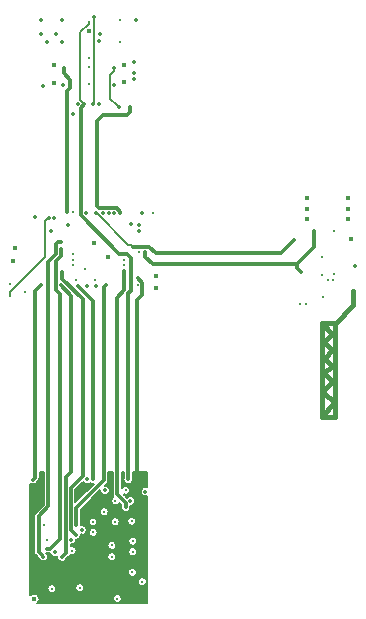
<source format=gbr>
G04 #@! TF.GenerationSoftware,KiCad,Pcbnew,(5.1.4)-1*
G04 #@! TF.CreationDate,2020-08-13T23:55:03-07:00*
G04 #@! TF.ProjectId,Kicad_LFOV_RigidFlex_Assembly,4b696361-645f-44c4-964f-565f52696769,rev?*
G04 #@! TF.SameCoordinates,Original*
G04 #@! TF.FileFunction,Copper,L3,Inr*
G04 #@! TF.FilePolarity,Positive*
%FSLAX46Y46*%
G04 Gerber Fmt 4.6, Leading zero omitted, Abs format (unit mm)*
G04 Created by KiCad (PCBNEW (5.1.4)-1) date 2020-08-13 23:55:03*
%MOMM*%
%LPD*%
G04 APERTURE LIST*
%ADD10C,0.350000*%
%ADD11C,0.300000*%
%ADD12C,0.450000*%
%ADD13C,0.381000*%
%ADD14C,0.304800*%
%ADD15C,0.203200*%
%ADD16C,0.254000*%
%ADD17C,0.152400*%
G04 APERTURE END LIST*
D10*
X103973020Y-87867180D03*
D11*
X105753560Y-114910560D03*
X109113980Y-115428720D03*
X126876200Y-91532400D03*
D12*
X100897080Y-89259100D03*
D11*
X100541480Y-92357900D03*
D12*
X102545580Y-118999600D03*
X129147620Y-85086840D03*
X129147620Y-85965680D03*
X129147620Y-86844520D03*
D11*
X127943660Y-87824960D03*
D12*
X110172780Y-75255980D03*
X110172780Y-73755980D03*
X104197780Y-73780980D03*
X104197780Y-75280980D03*
D11*
X107221680Y-73960680D03*
D10*
X105378910Y-87314730D03*
X111962980Y-109913598D03*
D12*
X129394000Y-88547040D03*
X112835080Y-91697502D03*
D11*
X126881280Y-90028720D03*
D12*
X108821880Y-90032100D03*
X107602680Y-88878100D03*
D11*
X108463780Y-111621400D03*
X106881320Y-91081359D03*
X103139900Y-92431560D03*
X106406380Y-118046600D03*
X110876780Y-114999600D03*
X111703980Y-117526400D03*
X109403580Y-112458600D03*
X107532920Y-113365060D03*
X109592460Y-118973600D03*
X110793780Y-112407800D03*
D10*
X108538960Y-109803600D03*
X103091100Y-71125960D03*
X110617780Y-77380980D03*
D12*
X107169570Y-70955980D03*
D10*
X107997780Y-71800980D03*
X103091100Y-69999300D03*
X109850580Y-86297460D03*
X111012780Y-74505980D03*
X111012780Y-75005980D03*
D11*
X129544000Y-92926280D03*
X126995130Y-93462350D03*
D10*
X102449020Y-108900920D03*
D11*
X109827060Y-71820820D03*
D12*
X100719280Y-90376700D03*
D11*
X109131980Y-114468200D03*
X109431480Y-110686200D03*
X111298380Y-92456960D03*
X110859320Y-116739000D03*
X104052980Y-118127520D03*
D10*
X103271980Y-75548180D03*
D12*
X125611940Y-85086840D03*
X125611940Y-86844520D03*
X125611940Y-85965680D03*
D11*
X126246940Y-87824960D03*
D10*
X103762200Y-86769900D03*
D11*
X112581080Y-86322860D03*
X125171098Y-91350480D03*
D10*
X104910620Y-69994220D03*
D11*
X100541480Y-93369500D03*
X111967080Y-89589300D03*
D10*
X111012780Y-73505980D03*
X106222780Y-77080980D03*
X108065640Y-77097580D03*
X111177780Y-69994220D03*
X129719000Y-90847560D03*
D11*
X125585491Y-93996491D03*
X109827060Y-69994220D03*
X107160720Y-75413560D03*
X105824429Y-86238789D03*
D10*
X105822780Y-77953446D03*
D11*
X105364940Y-86241580D03*
D10*
X105037780Y-74030980D03*
X104910620Y-71855980D03*
X108093440Y-71155980D03*
D11*
X127890798Y-91524882D03*
X127882700Y-92032980D03*
D10*
X111425380Y-87305840D03*
X108844700Y-86315667D03*
D11*
X101735280Y-93018300D03*
X107523980Y-112484000D03*
X103396440Y-112756640D03*
X110885220Y-114109600D03*
X107704280Y-92002300D03*
D10*
X102649680Y-86642900D03*
X110750420Y-87292460D03*
X109335167Y-86315667D03*
X106942280Y-86315667D03*
X104807410Y-92436202D03*
X104807410Y-92436202D03*
X104807410Y-92436202D03*
X104807410Y-92436202D03*
D12*
X112835080Y-92662701D03*
D11*
X110173900Y-90265640D03*
D10*
X104897580Y-115459200D03*
D11*
X110173900Y-90765640D03*
D10*
X110687060Y-110693607D03*
D11*
X110173900Y-91265640D03*
D10*
X110282380Y-111243400D03*
X110904680Y-89182900D03*
D11*
X125083732Y-93998748D03*
D10*
X124587498Y-88593870D03*
D11*
X110281180Y-109803600D03*
D10*
X107515640Y-77097580D03*
X107595060Y-69718880D03*
X107810295Y-86307867D03*
D11*
X111407600Y-89591840D03*
X127389280Y-92037860D03*
X110174620Y-89765640D03*
X107197780Y-70110980D03*
D10*
X106805379Y-77113579D03*
X110500820Y-108885680D03*
X111427920Y-87862780D03*
D11*
X103332980Y-115443600D03*
D10*
X104807410Y-88776500D03*
X104807410Y-89361970D03*
X103644976Y-114738600D03*
D11*
X105817060Y-89767100D03*
X103637780Y-113970400D03*
X105806900Y-90262400D03*
D10*
X104275280Y-115035020D03*
D11*
X105814520Y-90762780D03*
D10*
X105705300Y-113970760D03*
D11*
X104944709Y-91286020D03*
D10*
X106088840Y-113577060D03*
D11*
X106294580Y-92477280D03*
D10*
X107564580Y-108875520D03*
X107048960Y-92472200D03*
X107048960Y-108882678D03*
X106609540Y-113150340D03*
X107798260Y-92500140D03*
X106091380Y-112721080D03*
X108611981Y-92452801D03*
X111689540Y-86325400D03*
D11*
X106083080Y-92002300D03*
X106931980Y-116368200D03*
X110851380Y-115826800D03*
X107494320Y-110731400D03*
X102520180Y-112609280D03*
X105761040Y-115787000D03*
X110839180Y-113335400D03*
X107516180Y-118936600D03*
D10*
X106781180Y-109803600D03*
D11*
X111308540Y-91852440D03*
D10*
X108332297Y-86315667D03*
X104242510Y-86769900D03*
X105011880Y-75520240D03*
X103646180Y-71830980D03*
X109332780Y-74005980D03*
X109703360Y-77356560D03*
D11*
X107211580Y-73219060D03*
D10*
X104355540Y-71125960D03*
X109332780Y-75505980D03*
D13*
X127762660Y-99238760D02*
X127760120Y-99238760D01*
X127125120Y-99876300D02*
X127762660Y-99238760D01*
X127099720Y-98578360D02*
X127135280Y-98578360D01*
X127747420Y-100511300D02*
X127112420Y-99876300D01*
X126896520Y-101669540D02*
X126896520Y-101362200D01*
X127135280Y-98578360D02*
X127780440Y-97933200D01*
X127760120Y-99238760D02*
X127099720Y-98578360D01*
X127780440Y-97933200D02*
X127780440Y-97902720D01*
X127780440Y-97902720D02*
X127092100Y-97214380D01*
X126896520Y-95639580D02*
X126896520Y-95832620D01*
X127092100Y-97214380D02*
X127102260Y-97214380D01*
X127112420Y-99876300D02*
X127125120Y-99876300D01*
X127785520Y-96528580D02*
X126896520Y-95639580D01*
X127102260Y-97214380D02*
X127788060Y-96528580D01*
X127788060Y-96528580D02*
X127785520Y-96528580D01*
X127915438Y-95639580D02*
X127985560Y-95709702D01*
X126896520Y-95639580D02*
X127915438Y-95639580D01*
D14*
X103139900Y-92431560D02*
X103139900Y-92431560D01*
X107831280Y-78558080D02*
X107831280Y-85695480D01*
X108398759Y-77990601D02*
X107831280Y-78558080D01*
X110407899Y-77990601D02*
X108398759Y-77990601D01*
X110617780Y-77380980D02*
X110617780Y-77780720D01*
X110617780Y-77780720D02*
X110407899Y-77990601D01*
X102624280Y-92947180D02*
X103139900Y-92431560D01*
X107831280Y-85695480D02*
X108022466Y-85886666D01*
X109850580Y-86196158D02*
X109850580Y-86297460D01*
X108022466Y-85886666D02*
X109541088Y-85886666D01*
X109541088Y-85886666D02*
X109850580Y-86196158D01*
D13*
X129544000Y-94151262D02*
X129544000Y-92926280D01*
X127985560Y-95709702D02*
X129544000Y-94151262D01*
X126929540Y-103630420D02*
X127985560Y-103630420D01*
X126896520Y-103597400D02*
X126929540Y-103630420D01*
X126896520Y-103597400D02*
X126896520Y-103483100D01*
X127929680Y-100423020D02*
X126896520Y-101456180D01*
X127985560Y-100423020D02*
X127929680Y-100423020D01*
X126896520Y-101456180D02*
X126896520Y-101669540D01*
X126896520Y-95832620D02*
X126896520Y-101456180D01*
X127985560Y-95709702D02*
X127985560Y-100423020D01*
X127013360Y-101456180D02*
X127985560Y-102428380D01*
X126896520Y-101456180D02*
X127013360Y-101456180D01*
X127985560Y-100423020D02*
X127985560Y-102428380D01*
X127985560Y-102428380D02*
X127985560Y-103630420D01*
X127941080Y-102428380D02*
X126896520Y-103472940D01*
X127985560Y-102428380D02*
X127941080Y-102428380D01*
X126896520Y-101669540D02*
X126896520Y-103472940D01*
X126896520Y-103472940D02*
X126896520Y-103597400D01*
D14*
X102624280Y-108725660D02*
X102624280Y-92947180D01*
X102449020Y-108900920D02*
X102624280Y-108725660D01*
X126246940Y-87824960D02*
X126246940Y-89222880D01*
X124788320Y-90681500D02*
X123390400Y-90681500D01*
X126246940Y-89222880D02*
X124788320Y-90681500D01*
X124788320Y-90967702D02*
X125171098Y-91350480D01*
X124788320Y-90681500D02*
X124788320Y-90967702D01*
D15*
X100541480Y-92972842D02*
X100541480Y-93369500D01*
X103478779Y-90035543D02*
X100541480Y-92972842D01*
X103741880Y-86769900D02*
X103478779Y-87033001D01*
X103478779Y-87033001D02*
X103478779Y-90035543D01*
D14*
X112584480Y-90681500D02*
X113160200Y-90681500D01*
X111967080Y-90064100D02*
X112584480Y-90681500D01*
X111967080Y-89589300D02*
X111967080Y-90064100D01*
X113160200Y-90681500D02*
X123390400Y-90681500D01*
X105037780Y-74470780D02*
X105037780Y-74030980D01*
X105615411Y-75048411D02*
X105037780Y-74470780D01*
X105615411Y-75724901D02*
X105615411Y-75048411D01*
X105364940Y-75975372D02*
X105615411Y-75724901D01*
X105364940Y-86241580D02*
X105364940Y-75975372D01*
D15*
X105684980Y-93285495D02*
X104840634Y-92441149D01*
X105684980Y-108278620D02*
X105684980Y-93285495D01*
D14*
X105684980Y-93313772D02*
X105684980Y-108278620D01*
X104807410Y-92436202D02*
X105684980Y-93313772D01*
X105255969Y-115100811D02*
X104897580Y-115459200D01*
X105684980Y-108278620D02*
X105255969Y-108707631D01*
X105255969Y-108707631D02*
X105255969Y-115100811D01*
X110173900Y-92875320D02*
X109561020Y-93488200D01*
X110173900Y-91265640D02*
X110173900Y-92875320D01*
X109561020Y-93488200D02*
X109561020Y-110114640D01*
X110282380Y-110836000D02*
X110282380Y-111243400D01*
X109561020Y-110114640D02*
X110282380Y-110836000D01*
D16*
X112534299Y-89407899D02*
X112822380Y-89695980D01*
D17*
X110524638Y-89007901D02*
X107832404Y-86315667D01*
X110904680Y-89182900D02*
X110729681Y-89007901D01*
X110729681Y-89007901D02*
X110524638Y-89007901D01*
D14*
X112309300Y-89182900D02*
X112822380Y-89695980D01*
X110904680Y-89182900D02*
X112309300Y-89182900D01*
X123485388Y-89695980D02*
X124412499Y-88768869D01*
X124412499Y-88768869D02*
X124587498Y-88593870D01*
X112822380Y-89695980D02*
X123485388Y-89695980D01*
D15*
X107597780Y-70305980D02*
X107597780Y-70110980D01*
X107515640Y-77097580D02*
X107597780Y-77015440D01*
X107597780Y-77015440D02*
X107597780Y-70305980D01*
X107597780Y-70110980D02*
X107597780Y-69721600D01*
X107597780Y-69721600D02*
X107595060Y-69718880D01*
D17*
X107832404Y-86315667D02*
X107818095Y-86315667D01*
X107818095Y-86315667D02*
X107810295Y-86307867D01*
D15*
X110498280Y-93196100D02*
X110498280Y-93196100D01*
X110498280Y-93196100D02*
X110498280Y-108267903D01*
X107197780Y-70305980D02*
X107197780Y-70110980D01*
X106467300Y-71036460D02*
X107197780Y-70305980D01*
D14*
X110174620Y-89765640D02*
X109757331Y-89765640D01*
X109757331Y-89765640D02*
X106513279Y-86521588D01*
D17*
X110174620Y-89765640D02*
X110174620Y-89781214D01*
D14*
X106513279Y-77405679D02*
X106805379Y-77113579D01*
X106513279Y-86521588D02*
X106513279Y-77405679D01*
D15*
X106467300Y-76775500D02*
X106805379Y-77113579D01*
X106467300Y-71036460D02*
X106467300Y-76775500D01*
D14*
X110386752Y-89765640D02*
X110174620Y-89765640D01*
X110716720Y-92907250D02*
X110716720Y-90095608D01*
X110498280Y-93125690D02*
X110716720Y-92907250D01*
X110498280Y-108267903D02*
X110498280Y-93125690D01*
X110716720Y-90095608D02*
X110386752Y-89765640D01*
X110498280Y-108267903D02*
X110498280Y-108883140D01*
X110498280Y-108883140D02*
X110500820Y-108885680D01*
X104378409Y-88958014D02*
X104559923Y-88776500D01*
X104559923Y-88776500D02*
X104807410Y-88776500D01*
X103749503Y-109633191D02*
X103749503Y-90445548D01*
X103749503Y-90445548D02*
X104378409Y-89816642D01*
X104378409Y-89816642D02*
X104378409Y-88958014D01*
X103182981Y-115293601D02*
X103332980Y-115443600D01*
X102924181Y-115034801D02*
X103182981Y-115293601D01*
X102924181Y-111995199D02*
X102924181Y-115034801D01*
X103749503Y-111169877D02*
X102924181Y-111995199D01*
X103749503Y-109633191D02*
X103749503Y-111169877D01*
D17*
X104808680Y-89360700D02*
X104807410Y-89361970D01*
D14*
X104714702Y-93198640D02*
X104717270Y-93201208D01*
X104807410Y-89609457D02*
X104807410Y-89361970D01*
X104807410Y-89962391D02*
X104807410Y-89609457D01*
X104378409Y-90391392D02*
X104807410Y-89962391D01*
X104378409Y-92862347D02*
X104378409Y-90391392D01*
X104717270Y-93201208D02*
X104378409Y-92862347D01*
X103863118Y-114738600D02*
X103644976Y-114738600D01*
X104717270Y-113884448D02*
X103863118Y-114738600D01*
X104717270Y-93201208D02*
X104717270Y-113884448D01*
X104944709Y-91286020D02*
X104944709Y-91946054D01*
X104944709Y-91946054D02*
X106642560Y-93643905D01*
X106642560Y-93643905D02*
X106642560Y-108598660D01*
X105913841Y-113402061D02*
X106088840Y-113577060D01*
X105662379Y-113150599D02*
X105913841Y-113402061D01*
X105662379Y-109578841D02*
X105662379Y-113150599D01*
X106642560Y-108598660D02*
X105662379Y-109578841D01*
X107564580Y-93747280D02*
X106294580Y-92477280D01*
X107564580Y-108875520D02*
X107564580Y-93747280D01*
X106093920Y-111306734D02*
X106093920Y-112247542D01*
X108441969Y-108958685D02*
X106093920Y-111306734D01*
X108441969Y-92622813D02*
X108441969Y-108958685D01*
X108628580Y-92436202D02*
X108611981Y-92452801D01*
X106091380Y-112250082D02*
X106091380Y-112721080D01*
X106093920Y-112247542D02*
X106091380Y-112250082D01*
X108611981Y-92452801D02*
X108441969Y-92622813D01*
X111267900Y-112906680D02*
X110839180Y-113335400D01*
X111267900Y-93678541D02*
X111267900Y-112906680D01*
X111702381Y-93244060D02*
X111267900Y-93678541D01*
X111702381Y-92246281D02*
X111702381Y-93244060D01*
X111308540Y-91852440D02*
X111702381Y-92246281D01*
D17*
X109528361Y-77181561D02*
X109703360Y-77356560D01*
X108979979Y-76633179D02*
X109528361Y-77181561D01*
X108979979Y-74646181D02*
X108979979Y-76633179D01*
X109332780Y-74293380D02*
X108979979Y-74646181D01*
X109332780Y-74005980D02*
X109332780Y-74293380D01*
G36*
X103368503Y-109614479D02*
G01*
X103368504Y-111012060D01*
X102668012Y-111712554D01*
X102653470Y-111724488D01*
X102621847Y-111763022D01*
X102605859Y-111782503D01*
X102570481Y-111848691D01*
X102570480Y-111848692D01*
X102548694Y-111920511D01*
X102545109Y-111956911D01*
X102541338Y-111995199D01*
X102543181Y-112013909D01*
X102543182Y-115016081D01*
X102541338Y-115034801D01*
X102547840Y-115100811D01*
X102548695Y-115109490D01*
X102551739Y-115119524D01*
X102570480Y-115181308D01*
X102605859Y-115247497D01*
X102635191Y-115283238D01*
X102653471Y-115305512D01*
X102668008Y-115317442D01*
X102926805Y-115576240D01*
X102926810Y-115576244D01*
X103076805Y-115726240D01*
X103120284Y-115761922D01*
X103186472Y-115797301D01*
X103258291Y-115819086D01*
X103332980Y-115826443D01*
X103407669Y-115819086D01*
X103479487Y-115797301D01*
X103545676Y-115761922D01*
X103603691Y-115714311D01*
X103651302Y-115656296D01*
X103686681Y-115590107D01*
X103708466Y-115518289D01*
X103715823Y-115443600D01*
X103708466Y-115368911D01*
X103686681Y-115297092D01*
X103651302Y-115230904D01*
X103615620Y-115187425D01*
X103561746Y-115133552D01*
X103605225Y-115142200D01*
X103684727Y-115142200D01*
X103762702Y-115126690D01*
X103779819Y-115119600D01*
X103844408Y-115119600D01*
X103863118Y-115121443D01*
X103880621Y-115119719D01*
X103887190Y-115152746D01*
X103917614Y-115226196D01*
X103961783Y-115292300D01*
X104018000Y-115348517D01*
X104084104Y-115392686D01*
X104157554Y-115423110D01*
X104235529Y-115438620D01*
X104315031Y-115438620D01*
X104393006Y-115423110D01*
X104466456Y-115392686D01*
X104504338Y-115367374D01*
X104493980Y-115419449D01*
X104493980Y-115498951D01*
X104509490Y-115576926D01*
X104539914Y-115650376D01*
X104584083Y-115716480D01*
X104640300Y-115772697D01*
X104706404Y-115816866D01*
X104779854Y-115847290D01*
X104857829Y-115862800D01*
X104937331Y-115862800D01*
X105015306Y-115847290D01*
X105088756Y-115816866D01*
X105154860Y-115772697D01*
X105211077Y-115716480D01*
X105255246Y-115650376D01*
X105262336Y-115633258D01*
X105504164Y-115391431D01*
X108735380Y-115391431D01*
X108735380Y-115466009D01*
X108749929Y-115539154D01*
X108778469Y-115608054D01*
X108819902Y-115670064D01*
X108872636Y-115722798D01*
X108934646Y-115764231D01*
X109003546Y-115792771D01*
X109076691Y-115807320D01*
X109151269Y-115807320D01*
X109224414Y-115792771D01*
X109293314Y-115764231D01*
X109355324Y-115722798D01*
X109408058Y-115670064D01*
X109449491Y-115608054D01*
X109478031Y-115539154D01*
X109492580Y-115466009D01*
X109492580Y-115391431D01*
X109478031Y-115318286D01*
X109449491Y-115249386D01*
X109408058Y-115187376D01*
X109355324Y-115134642D01*
X109293314Y-115093209D01*
X109224414Y-115064669D01*
X109151269Y-115050120D01*
X109076691Y-115050120D01*
X109003546Y-115064669D01*
X108934646Y-115093209D01*
X108872636Y-115134642D01*
X108819902Y-115187376D01*
X108778469Y-115249386D01*
X108749929Y-115318286D01*
X108735380Y-115391431D01*
X105504164Y-115391431D01*
X105512148Y-115383448D01*
X105526680Y-115371522D01*
X105538606Y-115356990D01*
X105538609Y-115356987D01*
X105574291Y-115313508D01*
X105603791Y-115258318D01*
X105643126Y-115274611D01*
X105716271Y-115289160D01*
X105790849Y-115289160D01*
X105863994Y-115274611D01*
X105932894Y-115246071D01*
X105994904Y-115204638D01*
X106047638Y-115151904D01*
X106089071Y-115089894D01*
X106117611Y-115020994D01*
X106129283Y-114962311D01*
X110498180Y-114962311D01*
X110498180Y-115036889D01*
X110512729Y-115110034D01*
X110541269Y-115178934D01*
X110582702Y-115240944D01*
X110635436Y-115293678D01*
X110697446Y-115335111D01*
X110766346Y-115363651D01*
X110839491Y-115378200D01*
X110914069Y-115378200D01*
X110987214Y-115363651D01*
X111056114Y-115335111D01*
X111118124Y-115293678D01*
X111170858Y-115240944D01*
X111212291Y-115178934D01*
X111240831Y-115110034D01*
X111255380Y-115036889D01*
X111255380Y-114962311D01*
X111240831Y-114889166D01*
X111212291Y-114820266D01*
X111170858Y-114758256D01*
X111118124Y-114705522D01*
X111056114Y-114664089D01*
X110987214Y-114635549D01*
X110914069Y-114621000D01*
X110839491Y-114621000D01*
X110766346Y-114635549D01*
X110697446Y-114664089D01*
X110635436Y-114705522D01*
X110582702Y-114758256D01*
X110541269Y-114820266D01*
X110512729Y-114889166D01*
X110498180Y-114962311D01*
X106129283Y-114962311D01*
X106132160Y-114947849D01*
X106132160Y-114873271D01*
X106117611Y-114800126D01*
X106089071Y-114731226D01*
X106047638Y-114669216D01*
X105994904Y-114616482D01*
X105932894Y-114575049D01*
X105863994Y-114546509D01*
X105790849Y-114531960D01*
X105716271Y-114531960D01*
X105643126Y-114546509D01*
X105636969Y-114549059D01*
X105636969Y-114430911D01*
X108753380Y-114430911D01*
X108753380Y-114505489D01*
X108767929Y-114578634D01*
X108796469Y-114647534D01*
X108837902Y-114709544D01*
X108890636Y-114762278D01*
X108952646Y-114803711D01*
X109021546Y-114832251D01*
X109094691Y-114846800D01*
X109169269Y-114846800D01*
X109242414Y-114832251D01*
X109311314Y-114803711D01*
X109373324Y-114762278D01*
X109426058Y-114709544D01*
X109467491Y-114647534D01*
X109496031Y-114578634D01*
X109510580Y-114505489D01*
X109510580Y-114430911D01*
X109496031Y-114357766D01*
X109467491Y-114288866D01*
X109426058Y-114226856D01*
X109373324Y-114174122D01*
X109311314Y-114132689D01*
X109242414Y-114104149D01*
X109169269Y-114089600D01*
X109094691Y-114089600D01*
X109021546Y-114104149D01*
X108952646Y-114132689D01*
X108890636Y-114174122D01*
X108837902Y-114226856D01*
X108796469Y-114288866D01*
X108767929Y-114357766D01*
X108753380Y-114430911D01*
X105636969Y-114430911D01*
X105636969Y-114368675D01*
X105665549Y-114374360D01*
X105745051Y-114374360D01*
X105823026Y-114358850D01*
X105896476Y-114328426D01*
X105962580Y-114284257D01*
X106018797Y-114228040D01*
X106062966Y-114161936D01*
X106093390Y-114088486D01*
X106096607Y-114072311D01*
X110506620Y-114072311D01*
X110506620Y-114146889D01*
X110521169Y-114220034D01*
X110549709Y-114288934D01*
X110591142Y-114350944D01*
X110643876Y-114403678D01*
X110705886Y-114445111D01*
X110774786Y-114473651D01*
X110847931Y-114488200D01*
X110922509Y-114488200D01*
X110995654Y-114473651D01*
X111064554Y-114445111D01*
X111126564Y-114403678D01*
X111179298Y-114350944D01*
X111220731Y-114288934D01*
X111249271Y-114220034D01*
X111263820Y-114146889D01*
X111263820Y-114072311D01*
X111249271Y-113999166D01*
X111220731Y-113930266D01*
X111179298Y-113868256D01*
X111126564Y-113815522D01*
X111064554Y-113774089D01*
X110995654Y-113745549D01*
X110922509Y-113731000D01*
X110847931Y-113731000D01*
X110774786Y-113745549D01*
X110705886Y-113774089D01*
X110643876Y-113815522D01*
X110591142Y-113868256D01*
X110549709Y-113930266D01*
X110521169Y-113999166D01*
X110506620Y-114072311D01*
X106096607Y-114072311D01*
X106108900Y-114010511D01*
X106108900Y-113980660D01*
X106128591Y-113980660D01*
X106206566Y-113965150D01*
X106280016Y-113934726D01*
X106346120Y-113890557D01*
X106402337Y-113834340D01*
X106446506Y-113768236D01*
X106476930Y-113694786D01*
X106492440Y-113616811D01*
X106492440Y-113538555D01*
X106569789Y-113553940D01*
X106649291Y-113553940D01*
X106727266Y-113538430D01*
X106800716Y-113508006D01*
X106866820Y-113463837D01*
X106923037Y-113407620D01*
X106967206Y-113341516D01*
X106972899Y-113327771D01*
X107154320Y-113327771D01*
X107154320Y-113402349D01*
X107168869Y-113475494D01*
X107197409Y-113544394D01*
X107238842Y-113606404D01*
X107291576Y-113659138D01*
X107353586Y-113700571D01*
X107422486Y-113729111D01*
X107495631Y-113743660D01*
X107570209Y-113743660D01*
X107643354Y-113729111D01*
X107712254Y-113700571D01*
X107774264Y-113659138D01*
X107826998Y-113606404D01*
X107868431Y-113544394D01*
X107896971Y-113475494D01*
X107911520Y-113402349D01*
X107911520Y-113327771D01*
X107896971Y-113254626D01*
X107868431Y-113185726D01*
X107826998Y-113123716D01*
X107774264Y-113070982D01*
X107712254Y-113029549D01*
X107643354Y-113001009D01*
X107570209Y-112986460D01*
X107495631Y-112986460D01*
X107422486Y-113001009D01*
X107353586Y-113029549D01*
X107291576Y-113070982D01*
X107238842Y-113123716D01*
X107197409Y-113185726D01*
X107168869Y-113254626D01*
X107154320Y-113327771D01*
X106972899Y-113327771D01*
X106997630Y-113268066D01*
X107013140Y-113190091D01*
X107013140Y-113110589D01*
X106997630Y-113032614D01*
X106967206Y-112959164D01*
X106923037Y-112893060D01*
X106866820Y-112836843D01*
X106800716Y-112792674D01*
X106727266Y-112762250D01*
X106649291Y-112746740D01*
X106569789Y-112746740D01*
X106494817Y-112761653D01*
X106494980Y-112760831D01*
X106494980Y-112681329D01*
X106479470Y-112603354D01*
X106472380Y-112586237D01*
X106472380Y-112446711D01*
X107145380Y-112446711D01*
X107145380Y-112521289D01*
X107159929Y-112594434D01*
X107188469Y-112663334D01*
X107229902Y-112725344D01*
X107282636Y-112778078D01*
X107344646Y-112819511D01*
X107413546Y-112848051D01*
X107486691Y-112862600D01*
X107561269Y-112862600D01*
X107634414Y-112848051D01*
X107703314Y-112819511D01*
X107765324Y-112778078D01*
X107818058Y-112725344D01*
X107859491Y-112663334D01*
X107888031Y-112594434D01*
X107902580Y-112521289D01*
X107902580Y-112446711D01*
X107897528Y-112421311D01*
X109024980Y-112421311D01*
X109024980Y-112495889D01*
X109039529Y-112569034D01*
X109068069Y-112637934D01*
X109109502Y-112699944D01*
X109162236Y-112752678D01*
X109224246Y-112794111D01*
X109293146Y-112822651D01*
X109366291Y-112837200D01*
X109440869Y-112837200D01*
X109514014Y-112822651D01*
X109582914Y-112794111D01*
X109644924Y-112752678D01*
X109697658Y-112699944D01*
X109739091Y-112637934D01*
X109767631Y-112569034D01*
X109782180Y-112495889D01*
X109782180Y-112421311D01*
X109772076Y-112370511D01*
X110415180Y-112370511D01*
X110415180Y-112445089D01*
X110429729Y-112518234D01*
X110458269Y-112587134D01*
X110499702Y-112649144D01*
X110552436Y-112701878D01*
X110614446Y-112743311D01*
X110683346Y-112771851D01*
X110756491Y-112786400D01*
X110831069Y-112786400D01*
X110904214Y-112771851D01*
X110973114Y-112743311D01*
X111035124Y-112701878D01*
X111087858Y-112649144D01*
X111129291Y-112587134D01*
X111157831Y-112518234D01*
X111172380Y-112445089D01*
X111172380Y-112370511D01*
X111157831Y-112297366D01*
X111129291Y-112228466D01*
X111087858Y-112166456D01*
X111035124Y-112113722D01*
X110973114Y-112072289D01*
X110904214Y-112043749D01*
X110831069Y-112029200D01*
X110756491Y-112029200D01*
X110683346Y-112043749D01*
X110614446Y-112072289D01*
X110552436Y-112113722D01*
X110499702Y-112166456D01*
X110458269Y-112228466D01*
X110429729Y-112297366D01*
X110415180Y-112370511D01*
X109772076Y-112370511D01*
X109767631Y-112348166D01*
X109739091Y-112279266D01*
X109697658Y-112217256D01*
X109644924Y-112164522D01*
X109582914Y-112123089D01*
X109514014Y-112094549D01*
X109440869Y-112080000D01*
X109366291Y-112080000D01*
X109293146Y-112094549D01*
X109224246Y-112123089D01*
X109162236Y-112164522D01*
X109109502Y-112217256D01*
X109068069Y-112279266D01*
X109039529Y-112348166D01*
X109024980Y-112421311D01*
X107897528Y-112421311D01*
X107888031Y-112373566D01*
X107859491Y-112304666D01*
X107818058Y-112242656D01*
X107765324Y-112189922D01*
X107703314Y-112148489D01*
X107634414Y-112119949D01*
X107561269Y-112105400D01*
X107486691Y-112105400D01*
X107413546Y-112119949D01*
X107344646Y-112148489D01*
X107282636Y-112189922D01*
X107229902Y-112242656D01*
X107188469Y-112304666D01*
X107159929Y-112373566D01*
X107145380Y-112446711D01*
X106472380Y-112446711D01*
X106472380Y-112292045D01*
X106474920Y-112266255D01*
X106474920Y-112266253D01*
X106476763Y-112247543D01*
X106474920Y-112228833D01*
X106474920Y-111584111D01*
X108085180Y-111584111D01*
X108085180Y-111658689D01*
X108099729Y-111731834D01*
X108128269Y-111800734D01*
X108169702Y-111862744D01*
X108222436Y-111915478D01*
X108284446Y-111956911D01*
X108353346Y-111985451D01*
X108426491Y-112000000D01*
X108501069Y-112000000D01*
X108574214Y-111985451D01*
X108643114Y-111956911D01*
X108705124Y-111915478D01*
X108757858Y-111862744D01*
X108799291Y-111800734D01*
X108827831Y-111731834D01*
X108842380Y-111658689D01*
X108842380Y-111584111D01*
X108827831Y-111510966D01*
X108799291Y-111442066D01*
X108757858Y-111380056D01*
X108705124Y-111327322D01*
X108643114Y-111285889D01*
X108574214Y-111257349D01*
X108501069Y-111242800D01*
X108426491Y-111242800D01*
X108353346Y-111257349D01*
X108284446Y-111285889D01*
X108222436Y-111327322D01*
X108169702Y-111380056D01*
X108128269Y-111442066D01*
X108099729Y-111510966D01*
X108085180Y-111584111D01*
X106474920Y-111584111D01*
X106474920Y-111464548D01*
X108135360Y-109804109D01*
X108135360Y-109843351D01*
X108150870Y-109921326D01*
X108181294Y-109994776D01*
X108225463Y-110060880D01*
X108281680Y-110117097D01*
X108347784Y-110161266D01*
X108421234Y-110191690D01*
X108499209Y-110207200D01*
X108578711Y-110207200D01*
X108656686Y-110191690D01*
X108730136Y-110161266D01*
X108796240Y-110117097D01*
X108852457Y-110060880D01*
X108896626Y-109994776D01*
X108927050Y-109921326D01*
X108942560Y-109843351D01*
X108942560Y-109763849D01*
X108927050Y-109685874D01*
X108896626Y-109612424D01*
X108852457Y-109546320D01*
X108796240Y-109490103D01*
X108730136Y-109445934D01*
X108656686Y-109415510D01*
X108578711Y-109400000D01*
X108539469Y-109400000D01*
X108698143Y-109241326D01*
X108712680Y-109229396D01*
X108737480Y-109199177D01*
X108760291Y-109171382D01*
X108795670Y-109105193D01*
X108800820Y-109088215D01*
X108817456Y-109033374D01*
X108822969Y-108977398D01*
X108822969Y-108977395D01*
X108824812Y-108958685D01*
X108822969Y-108939975D01*
X108822969Y-108210040D01*
X109180021Y-108210040D01*
X109180021Y-110095920D01*
X109178177Y-110114640D01*
X109185534Y-110189328D01*
X109207319Y-110261147D01*
X109242698Y-110327336D01*
X109259398Y-110347685D01*
X109252146Y-110350689D01*
X109190136Y-110392122D01*
X109137402Y-110444856D01*
X109095969Y-110506866D01*
X109067429Y-110575766D01*
X109052880Y-110648911D01*
X109052880Y-110723489D01*
X109067429Y-110796634D01*
X109095969Y-110865534D01*
X109137402Y-110927544D01*
X109190136Y-110980278D01*
X109252146Y-111021711D01*
X109321046Y-111050251D01*
X109394191Y-111064800D01*
X109468769Y-111064800D01*
X109541914Y-111050251D01*
X109610814Y-111021711D01*
X109672824Y-110980278D01*
X109725558Y-110927544D01*
X109766991Y-110865534D01*
X109768780Y-110861215D01*
X109901380Y-110993815D01*
X109901380Y-111108557D01*
X109894290Y-111125674D01*
X109878780Y-111203649D01*
X109878780Y-111283151D01*
X109894290Y-111361126D01*
X109924714Y-111434576D01*
X109968883Y-111500680D01*
X110025100Y-111556897D01*
X110091204Y-111601066D01*
X110164654Y-111631490D01*
X110242629Y-111647000D01*
X110322131Y-111647000D01*
X110400106Y-111631490D01*
X110473556Y-111601066D01*
X110539660Y-111556897D01*
X110595877Y-111500680D01*
X110640046Y-111434576D01*
X110670470Y-111361126D01*
X110685980Y-111283151D01*
X110685980Y-111203649D01*
X110670470Y-111125674D01*
X110663380Y-111108557D01*
X110663380Y-111097207D01*
X110726811Y-111097207D01*
X110804786Y-111081697D01*
X110878236Y-111051273D01*
X110944340Y-111007104D01*
X111000557Y-110950887D01*
X111044726Y-110884783D01*
X111075150Y-110811333D01*
X111090660Y-110733358D01*
X111090660Y-110653856D01*
X111075150Y-110575881D01*
X111044726Y-110502431D01*
X111000557Y-110436327D01*
X110944340Y-110380110D01*
X110878236Y-110335941D01*
X110804786Y-110305517D01*
X110726811Y-110290007D01*
X110647309Y-110290007D01*
X110569334Y-110305517D01*
X110495884Y-110335941D01*
X110429780Y-110380110D01*
X110397542Y-110412348D01*
X110140187Y-110154993D01*
X110170746Y-110167651D01*
X110243891Y-110182200D01*
X110318469Y-110182200D01*
X110391614Y-110167651D01*
X110460514Y-110139111D01*
X110522524Y-110097678D01*
X110575258Y-110044944D01*
X110616691Y-109982934D01*
X110645231Y-109914034D01*
X110659780Y-109840889D01*
X110659780Y-109766311D01*
X110645231Y-109693166D01*
X110616691Y-109624266D01*
X110575258Y-109562256D01*
X110522524Y-109509522D01*
X110460514Y-109468089D01*
X110391614Y-109439549D01*
X110318469Y-109425000D01*
X110243891Y-109425000D01*
X110170746Y-109439549D01*
X110101846Y-109468089D01*
X110039836Y-109509522D01*
X109987102Y-109562256D01*
X109945669Y-109624266D01*
X109942020Y-109633075D01*
X109942020Y-108210040D01*
X110117280Y-108210040D01*
X110117280Y-108249191D01*
X110117281Y-108756967D01*
X110112730Y-108767954D01*
X110097220Y-108845929D01*
X110097220Y-108925431D01*
X110112730Y-109003406D01*
X110143154Y-109076856D01*
X110187323Y-109142960D01*
X110243540Y-109199177D01*
X110309644Y-109243346D01*
X110383094Y-109273770D01*
X110461069Y-109289280D01*
X110540571Y-109289280D01*
X110618546Y-109273770D01*
X110691996Y-109243346D01*
X110758100Y-109199177D01*
X110814317Y-109142960D01*
X110858486Y-109076856D01*
X110888910Y-109003406D01*
X110904420Y-108925431D01*
X110904420Y-108845929D01*
X110888910Y-108767954D01*
X110879280Y-108744705D01*
X110879280Y-108210040D01*
X112106100Y-108210040D01*
X112106100Y-109536027D01*
X112080706Y-109525508D01*
X112002731Y-109509998D01*
X111923229Y-109509998D01*
X111845254Y-109525508D01*
X111771804Y-109555932D01*
X111705700Y-109600101D01*
X111649483Y-109656318D01*
X111605314Y-109722422D01*
X111574890Y-109795872D01*
X111559380Y-109873847D01*
X111559380Y-109953349D01*
X111574890Y-110031324D01*
X111605314Y-110104774D01*
X111649483Y-110170878D01*
X111705700Y-110227095D01*
X111771804Y-110271264D01*
X111845254Y-110301688D01*
X111923229Y-110317198D01*
X112002731Y-110317198D01*
X112080706Y-110301688D01*
X112106100Y-110291169D01*
X112106100Y-119373340D01*
X102802697Y-119373340D01*
X102834733Y-119351934D01*
X102897914Y-119288753D01*
X102947555Y-119214460D01*
X102981749Y-119131910D01*
X102999180Y-119044276D01*
X102999180Y-118954924D01*
X102995478Y-118936311D01*
X109213860Y-118936311D01*
X109213860Y-119010889D01*
X109228409Y-119084034D01*
X109256949Y-119152934D01*
X109298382Y-119214944D01*
X109351116Y-119267678D01*
X109413126Y-119309111D01*
X109482026Y-119337651D01*
X109555171Y-119352200D01*
X109629749Y-119352200D01*
X109702894Y-119337651D01*
X109771794Y-119309111D01*
X109833804Y-119267678D01*
X109886538Y-119214944D01*
X109927971Y-119152934D01*
X109956511Y-119084034D01*
X109971060Y-119010889D01*
X109971060Y-118936311D01*
X109956511Y-118863166D01*
X109927971Y-118794266D01*
X109886538Y-118732256D01*
X109833804Y-118679522D01*
X109771794Y-118638089D01*
X109702894Y-118609549D01*
X109629749Y-118595000D01*
X109555171Y-118595000D01*
X109482026Y-118609549D01*
X109413126Y-118638089D01*
X109351116Y-118679522D01*
X109298382Y-118732256D01*
X109256949Y-118794266D01*
X109228409Y-118863166D01*
X109213860Y-118936311D01*
X102995478Y-118936311D01*
X102981749Y-118867290D01*
X102947555Y-118784740D01*
X102897914Y-118710447D01*
X102834733Y-118647266D01*
X102760440Y-118597625D01*
X102677890Y-118563431D01*
X102590256Y-118546000D01*
X102500904Y-118546000D01*
X102413270Y-118563431D01*
X102330720Y-118597625D01*
X102256427Y-118647266D01*
X102212800Y-118690893D01*
X102212800Y-118090231D01*
X103674380Y-118090231D01*
X103674380Y-118164809D01*
X103688929Y-118237954D01*
X103717469Y-118306854D01*
X103758902Y-118368864D01*
X103811636Y-118421598D01*
X103873646Y-118463031D01*
X103942546Y-118491571D01*
X104015691Y-118506120D01*
X104090269Y-118506120D01*
X104163414Y-118491571D01*
X104232314Y-118463031D01*
X104294324Y-118421598D01*
X104347058Y-118368864D01*
X104388491Y-118306854D01*
X104417031Y-118237954D01*
X104431580Y-118164809D01*
X104431580Y-118090231D01*
X104417031Y-118017086D01*
X104413811Y-118009311D01*
X106027780Y-118009311D01*
X106027780Y-118083889D01*
X106042329Y-118157034D01*
X106070869Y-118225934D01*
X106112302Y-118287944D01*
X106165036Y-118340678D01*
X106227046Y-118382111D01*
X106295946Y-118410651D01*
X106369091Y-118425200D01*
X106443669Y-118425200D01*
X106516814Y-118410651D01*
X106585714Y-118382111D01*
X106647724Y-118340678D01*
X106700458Y-118287944D01*
X106741891Y-118225934D01*
X106770431Y-118157034D01*
X106784980Y-118083889D01*
X106784980Y-118009311D01*
X106770431Y-117936166D01*
X106741891Y-117867266D01*
X106700458Y-117805256D01*
X106647724Y-117752522D01*
X106585714Y-117711089D01*
X106516814Y-117682549D01*
X106443669Y-117668000D01*
X106369091Y-117668000D01*
X106295946Y-117682549D01*
X106227046Y-117711089D01*
X106165036Y-117752522D01*
X106112302Y-117805256D01*
X106070869Y-117867266D01*
X106042329Y-117936166D01*
X106027780Y-118009311D01*
X104413811Y-118009311D01*
X104388491Y-117948186D01*
X104347058Y-117886176D01*
X104294324Y-117833442D01*
X104232314Y-117792009D01*
X104163414Y-117763469D01*
X104090269Y-117748920D01*
X104015691Y-117748920D01*
X103942546Y-117763469D01*
X103873646Y-117792009D01*
X103811636Y-117833442D01*
X103758902Y-117886176D01*
X103717469Y-117948186D01*
X103688929Y-118017086D01*
X103674380Y-118090231D01*
X102212800Y-118090231D01*
X102212800Y-117489111D01*
X111325380Y-117489111D01*
X111325380Y-117563689D01*
X111339929Y-117636834D01*
X111368469Y-117705734D01*
X111409902Y-117767744D01*
X111462636Y-117820478D01*
X111524646Y-117861911D01*
X111593546Y-117890451D01*
X111666691Y-117905000D01*
X111741269Y-117905000D01*
X111814414Y-117890451D01*
X111883314Y-117861911D01*
X111945324Y-117820478D01*
X111998058Y-117767744D01*
X112039491Y-117705734D01*
X112068031Y-117636834D01*
X112082580Y-117563689D01*
X112082580Y-117489111D01*
X112068031Y-117415966D01*
X112039491Y-117347066D01*
X111998058Y-117285056D01*
X111945324Y-117232322D01*
X111883314Y-117190889D01*
X111814414Y-117162349D01*
X111741269Y-117147800D01*
X111666691Y-117147800D01*
X111593546Y-117162349D01*
X111524646Y-117190889D01*
X111462636Y-117232322D01*
X111409902Y-117285056D01*
X111368469Y-117347066D01*
X111339929Y-117415966D01*
X111325380Y-117489111D01*
X102212800Y-117489111D01*
X102212800Y-116701711D01*
X110480720Y-116701711D01*
X110480720Y-116776289D01*
X110495269Y-116849434D01*
X110523809Y-116918334D01*
X110565242Y-116980344D01*
X110617976Y-117033078D01*
X110679986Y-117074511D01*
X110748886Y-117103051D01*
X110822031Y-117117600D01*
X110896609Y-117117600D01*
X110969754Y-117103051D01*
X111038654Y-117074511D01*
X111100664Y-117033078D01*
X111153398Y-116980344D01*
X111194831Y-116918334D01*
X111223371Y-116849434D01*
X111237920Y-116776289D01*
X111237920Y-116701711D01*
X111223371Y-116628566D01*
X111194831Y-116559666D01*
X111153398Y-116497656D01*
X111100664Y-116444922D01*
X111038654Y-116403489D01*
X110969754Y-116374949D01*
X110896609Y-116360400D01*
X110822031Y-116360400D01*
X110748886Y-116374949D01*
X110679986Y-116403489D01*
X110617976Y-116444922D01*
X110565242Y-116497656D01*
X110523809Y-116559666D01*
X110495269Y-116628566D01*
X110480720Y-116701711D01*
X102212800Y-116701711D01*
X102212800Y-109228489D01*
X102257844Y-109258586D01*
X102331294Y-109289010D01*
X102409269Y-109304520D01*
X102488771Y-109304520D01*
X102566746Y-109289010D01*
X102640196Y-109258586D01*
X102706300Y-109214417D01*
X102762517Y-109158200D01*
X102806686Y-109092096D01*
X102813777Y-109074977D01*
X102880449Y-109008305D01*
X102894991Y-108996371D01*
X102942602Y-108938356D01*
X102977981Y-108872168D01*
X102999767Y-108800349D01*
X103005280Y-108744373D01*
X103005280Y-108744371D01*
X103007123Y-108725661D01*
X103005280Y-108706951D01*
X103005280Y-108210040D01*
X103368503Y-108210040D01*
X103368503Y-109614479D01*
X103368503Y-109614479D01*
G37*
X103368503Y-109614479D02*
X103368504Y-111012060D01*
X102668012Y-111712554D01*
X102653470Y-111724488D01*
X102621847Y-111763022D01*
X102605859Y-111782503D01*
X102570481Y-111848691D01*
X102570480Y-111848692D01*
X102548694Y-111920511D01*
X102545109Y-111956911D01*
X102541338Y-111995199D01*
X102543181Y-112013909D01*
X102543182Y-115016081D01*
X102541338Y-115034801D01*
X102547840Y-115100811D01*
X102548695Y-115109490D01*
X102551739Y-115119524D01*
X102570480Y-115181308D01*
X102605859Y-115247497D01*
X102635191Y-115283238D01*
X102653471Y-115305512D01*
X102668008Y-115317442D01*
X102926805Y-115576240D01*
X102926810Y-115576244D01*
X103076805Y-115726240D01*
X103120284Y-115761922D01*
X103186472Y-115797301D01*
X103258291Y-115819086D01*
X103332980Y-115826443D01*
X103407669Y-115819086D01*
X103479487Y-115797301D01*
X103545676Y-115761922D01*
X103603691Y-115714311D01*
X103651302Y-115656296D01*
X103686681Y-115590107D01*
X103708466Y-115518289D01*
X103715823Y-115443600D01*
X103708466Y-115368911D01*
X103686681Y-115297092D01*
X103651302Y-115230904D01*
X103615620Y-115187425D01*
X103561746Y-115133552D01*
X103605225Y-115142200D01*
X103684727Y-115142200D01*
X103762702Y-115126690D01*
X103779819Y-115119600D01*
X103844408Y-115119600D01*
X103863118Y-115121443D01*
X103880621Y-115119719D01*
X103887190Y-115152746D01*
X103917614Y-115226196D01*
X103961783Y-115292300D01*
X104018000Y-115348517D01*
X104084104Y-115392686D01*
X104157554Y-115423110D01*
X104235529Y-115438620D01*
X104315031Y-115438620D01*
X104393006Y-115423110D01*
X104466456Y-115392686D01*
X104504338Y-115367374D01*
X104493980Y-115419449D01*
X104493980Y-115498951D01*
X104509490Y-115576926D01*
X104539914Y-115650376D01*
X104584083Y-115716480D01*
X104640300Y-115772697D01*
X104706404Y-115816866D01*
X104779854Y-115847290D01*
X104857829Y-115862800D01*
X104937331Y-115862800D01*
X105015306Y-115847290D01*
X105088756Y-115816866D01*
X105154860Y-115772697D01*
X105211077Y-115716480D01*
X105255246Y-115650376D01*
X105262336Y-115633258D01*
X105504164Y-115391431D01*
X108735380Y-115391431D01*
X108735380Y-115466009D01*
X108749929Y-115539154D01*
X108778469Y-115608054D01*
X108819902Y-115670064D01*
X108872636Y-115722798D01*
X108934646Y-115764231D01*
X109003546Y-115792771D01*
X109076691Y-115807320D01*
X109151269Y-115807320D01*
X109224414Y-115792771D01*
X109293314Y-115764231D01*
X109355324Y-115722798D01*
X109408058Y-115670064D01*
X109449491Y-115608054D01*
X109478031Y-115539154D01*
X109492580Y-115466009D01*
X109492580Y-115391431D01*
X109478031Y-115318286D01*
X109449491Y-115249386D01*
X109408058Y-115187376D01*
X109355324Y-115134642D01*
X109293314Y-115093209D01*
X109224414Y-115064669D01*
X109151269Y-115050120D01*
X109076691Y-115050120D01*
X109003546Y-115064669D01*
X108934646Y-115093209D01*
X108872636Y-115134642D01*
X108819902Y-115187376D01*
X108778469Y-115249386D01*
X108749929Y-115318286D01*
X108735380Y-115391431D01*
X105504164Y-115391431D01*
X105512148Y-115383448D01*
X105526680Y-115371522D01*
X105538606Y-115356990D01*
X105538609Y-115356987D01*
X105574291Y-115313508D01*
X105603791Y-115258318D01*
X105643126Y-115274611D01*
X105716271Y-115289160D01*
X105790849Y-115289160D01*
X105863994Y-115274611D01*
X105932894Y-115246071D01*
X105994904Y-115204638D01*
X106047638Y-115151904D01*
X106089071Y-115089894D01*
X106117611Y-115020994D01*
X106129283Y-114962311D01*
X110498180Y-114962311D01*
X110498180Y-115036889D01*
X110512729Y-115110034D01*
X110541269Y-115178934D01*
X110582702Y-115240944D01*
X110635436Y-115293678D01*
X110697446Y-115335111D01*
X110766346Y-115363651D01*
X110839491Y-115378200D01*
X110914069Y-115378200D01*
X110987214Y-115363651D01*
X111056114Y-115335111D01*
X111118124Y-115293678D01*
X111170858Y-115240944D01*
X111212291Y-115178934D01*
X111240831Y-115110034D01*
X111255380Y-115036889D01*
X111255380Y-114962311D01*
X111240831Y-114889166D01*
X111212291Y-114820266D01*
X111170858Y-114758256D01*
X111118124Y-114705522D01*
X111056114Y-114664089D01*
X110987214Y-114635549D01*
X110914069Y-114621000D01*
X110839491Y-114621000D01*
X110766346Y-114635549D01*
X110697446Y-114664089D01*
X110635436Y-114705522D01*
X110582702Y-114758256D01*
X110541269Y-114820266D01*
X110512729Y-114889166D01*
X110498180Y-114962311D01*
X106129283Y-114962311D01*
X106132160Y-114947849D01*
X106132160Y-114873271D01*
X106117611Y-114800126D01*
X106089071Y-114731226D01*
X106047638Y-114669216D01*
X105994904Y-114616482D01*
X105932894Y-114575049D01*
X105863994Y-114546509D01*
X105790849Y-114531960D01*
X105716271Y-114531960D01*
X105643126Y-114546509D01*
X105636969Y-114549059D01*
X105636969Y-114430911D01*
X108753380Y-114430911D01*
X108753380Y-114505489D01*
X108767929Y-114578634D01*
X108796469Y-114647534D01*
X108837902Y-114709544D01*
X108890636Y-114762278D01*
X108952646Y-114803711D01*
X109021546Y-114832251D01*
X109094691Y-114846800D01*
X109169269Y-114846800D01*
X109242414Y-114832251D01*
X109311314Y-114803711D01*
X109373324Y-114762278D01*
X109426058Y-114709544D01*
X109467491Y-114647534D01*
X109496031Y-114578634D01*
X109510580Y-114505489D01*
X109510580Y-114430911D01*
X109496031Y-114357766D01*
X109467491Y-114288866D01*
X109426058Y-114226856D01*
X109373324Y-114174122D01*
X109311314Y-114132689D01*
X109242414Y-114104149D01*
X109169269Y-114089600D01*
X109094691Y-114089600D01*
X109021546Y-114104149D01*
X108952646Y-114132689D01*
X108890636Y-114174122D01*
X108837902Y-114226856D01*
X108796469Y-114288866D01*
X108767929Y-114357766D01*
X108753380Y-114430911D01*
X105636969Y-114430911D01*
X105636969Y-114368675D01*
X105665549Y-114374360D01*
X105745051Y-114374360D01*
X105823026Y-114358850D01*
X105896476Y-114328426D01*
X105962580Y-114284257D01*
X106018797Y-114228040D01*
X106062966Y-114161936D01*
X106093390Y-114088486D01*
X106096607Y-114072311D01*
X110506620Y-114072311D01*
X110506620Y-114146889D01*
X110521169Y-114220034D01*
X110549709Y-114288934D01*
X110591142Y-114350944D01*
X110643876Y-114403678D01*
X110705886Y-114445111D01*
X110774786Y-114473651D01*
X110847931Y-114488200D01*
X110922509Y-114488200D01*
X110995654Y-114473651D01*
X111064554Y-114445111D01*
X111126564Y-114403678D01*
X111179298Y-114350944D01*
X111220731Y-114288934D01*
X111249271Y-114220034D01*
X111263820Y-114146889D01*
X111263820Y-114072311D01*
X111249271Y-113999166D01*
X111220731Y-113930266D01*
X111179298Y-113868256D01*
X111126564Y-113815522D01*
X111064554Y-113774089D01*
X110995654Y-113745549D01*
X110922509Y-113731000D01*
X110847931Y-113731000D01*
X110774786Y-113745549D01*
X110705886Y-113774089D01*
X110643876Y-113815522D01*
X110591142Y-113868256D01*
X110549709Y-113930266D01*
X110521169Y-113999166D01*
X110506620Y-114072311D01*
X106096607Y-114072311D01*
X106108900Y-114010511D01*
X106108900Y-113980660D01*
X106128591Y-113980660D01*
X106206566Y-113965150D01*
X106280016Y-113934726D01*
X106346120Y-113890557D01*
X106402337Y-113834340D01*
X106446506Y-113768236D01*
X106476930Y-113694786D01*
X106492440Y-113616811D01*
X106492440Y-113538555D01*
X106569789Y-113553940D01*
X106649291Y-113553940D01*
X106727266Y-113538430D01*
X106800716Y-113508006D01*
X106866820Y-113463837D01*
X106923037Y-113407620D01*
X106967206Y-113341516D01*
X106972899Y-113327771D01*
X107154320Y-113327771D01*
X107154320Y-113402349D01*
X107168869Y-113475494D01*
X107197409Y-113544394D01*
X107238842Y-113606404D01*
X107291576Y-113659138D01*
X107353586Y-113700571D01*
X107422486Y-113729111D01*
X107495631Y-113743660D01*
X107570209Y-113743660D01*
X107643354Y-113729111D01*
X107712254Y-113700571D01*
X107774264Y-113659138D01*
X107826998Y-113606404D01*
X107868431Y-113544394D01*
X107896971Y-113475494D01*
X107911520Y-113402349D01*
X107911520Y-113327771D01*
X107896971Y-113254626D01*
X107868431Y-113185726D01*
X107826998Y-113123716D01*
X107774264Y-113070982D01*
X107712254Y-113029549D01*
X107643354Y-113001009D01*
X107570209Y-112986460D01*
X107495631Y-112986460D01*
X107422486Y-113001009D01*
X107353586Y-113029549D01*
X107291576Y-113070982D01*
X107238842Y-113123716D01*
X107197409Y-113185726D01*
X107168869Y-113254626D01*
X107154320Y-113327771D01*
X106972899Y-113327771D01*
X106997630Y-113268066D01*
X107013140Y-113190091D01*
X107013140Y-113110589D01*
X106997630Y-113032614D01*
X106967206Y-112959164D01*
X106923037Y-112893060D01*
X106866820Y-112836843D01*
X106800716Y-112792674D01*
X106727266Y-112762250D01*
X106649291Y-112746740D01*
X106569789Y-112746740D01*
X106494817Y-112761653D01*
X106494980Y-112760831D01*
X106494980Y-112681329D01*
X106479470Y-112603354D01*
X106472380Y-112586237D01*
X106472380Y-112446711D01*
X107145380Y-112446711D01*
X107145380Y-112521289D01*
X107159929Y-112594434D01*
X107188469Y-112663334D01*
X107229902Y-112725344D01*
X107282636Y-112778078D01*
X107344646Y-112819511D01*
X107413546Y-112848051D01*
X107486691Y-112862600D01*
X107561269Y-112862600D01*
X107634414Y-112848051D01*
X107703314Y-112819511D01*
X107765324Y-112778078D01*
X107818058Y-112725344D01*
X107859491Y-112663334D01*
X107888031Y-112594434D01*
X107902580Y-112521289D01*
X107902580Y-112446711D01*
X107897528Y-112421311D01*
X109024980Y-112421311D01*
X109024980Y-112495889D01*
X109039529Y-112569034D01*
X109068069Y-112637934D01*
X109109502Y-112699944D01*
X109162236Y-112752678D01*
X109224246Y-112794111D01*
X109293146Y-112822651D01*
X109366291Y-112837200D01*
X109440869Y-112837200D01*
X109514014Y-112822651D01*
X109582914Y-112794111D01*
X109644924Y-112752678D01*
X109697658Y-112699944D01*
X109739091Y-112637934D01*
X109767631Y-112569034D01*
X109782180Y-112495889D01*
X109782180Y-112421311D01*
X109772076Y-112370511D01*
X110415180Y-112370511D01*
X110415180Y-112445089D01*
X110429729Y-112518234D01*
X110458269Y-112587134D01*
X110499702Y-112649144D01*
X110552436Y-112701878D01*
X110614446Y-112743311D01*
X110683346Y-112771851D01*
X110756491Y-112786400D01*
X110831069Y-112786400D01*
X110904214Y-112771851D01*
X110973114Y-112743311D01*
X111035124Y-112701878D01*
X111087858Y-112649144D01*
X111129291Y-112587134D01*
X111157831Y-112518234D01*
X111172380Y-112445089D01*
X111172380Y-112370511D01*
X111157831Y-112297366D01*
X111129291Y-112228466D01*
X111087858Y-112166456D01*
X111035124Y-112113722D01*
X110973114Y-112072289D01*
X110904214Y-112043749D01*
X110831069Y-112029200D01*
X110756491Y-112029200D01*
X110683346Y-112043749D01*
X110614446Y-112072289D01*
X110552436Y-112113722D01*
X110499702Y-112166456D01*
X110458269Y-112228466D01*
X110429729Y-112297366D01*
X110415180Y-112370511D01*
X109772076Y-112370511D01*
X109767631Y-112348166D01*
X109739091Y-112279266D01*
X109697658Y-112217256D01*
X109644924Y-112164522D01*
X109582914Y-112123089D01*
X109514014Y-112094549D01*
X109440869Y-112080000D01*
X109366291Y-112080000D01*
X109293146Y-112094549D01*
X109224246Y-112123089D01*
X109162236Y-112164522D01*
X109109502Y-112217256D01*
X109068069Y-112279266D01*
X109039529Y-112348166D01*
X109024980Y-112421311D01*
X107897528Y-112421311D01*
X107888031Y-112373566D01*
X107859491Y-112304666D01*
X107818058Y-112242656D01*
X107765324Y-112189922D01*
X107703314Y-112148489D01*
X107634414Y-112119949D01*
X107561269Y-112105400D01*
X107486691Y-112105400D01*
X107413546Y-112119949D01*
X107344646Y-112148489D01*
X107282636Y-112189922D01*
X107229902Y-112242656D01*
X107188469Y-112304666D01*
X107159929Y-112373566D01*
X107145380Y-112446711D01*
X106472380Y-112446711D01*
X106472380Y-112292045D01*
X106474920Y-112266255D01*
X106474920Y-112266253D01*
X106476763Y-112247543D01*
X106474920Y-112228833D01*
X106474920Y-111584111D01*
X108085180Y-111584111D01*
X108085180Y-111658689D01*
X108099729Y-111731834D01*
X108128269Y-111800734D01*
X108169702Y-111862744D01*
X108222436Y-111915478D01*
X108284446Y-111956911D01*
X108353346Y-111985451D01*
X108426491Y-112000000D01*
X108501069Y-112000000D01*
X108574214Y-111985451D01*
X108643114Y-111956911D01*
X108705124Y-111915478D01*
X108757858Y-111862744D01*
X108799291Y-111800734D01*
X108827831Y-111731834D01*
X108842380Y-111658689D01*
X108842380Y-111584111D01*
X108827831Y-111510966D01*
X108799291Y-111442066D01*
X108757858Y-111380056D01*
X108705124Y-111327322D01*
X108643114Y-111285889D01*
X108574214Y-111257349D01*
X108501069Y-111242800D01*
X108426491Y-111242800D01*
X108353346Y-111257349D01*
X108284446Y-111285889D01*
X108222436Y-111327322D01*
X108169702Y-111380056D01*
X108128269Y-111442066D01*
X108099729Y-111510966D01*
X108085180Y-111584111D01*
X106474920Y-111584111D01*
X106474920Y-111464548D01*
X108135360Y-109804109D01*
X108135360Y-109843351D01*
X108150870Y-109921326D01*
X108181294Y-109994776D01*
X108225463Y-110060880D01*
X108281680Y-110117097D01*
X108347784Y-110161266D01*
X108421234Y-110191690D01*
X108499209Y-110207200D01*
X108578711Y-110207200D01*
X108656686Y-110191690D01*
X108730136Y-110161266D01*
X108796240Y-110117097D01*
X108852457Y-110060880D01*
X108896626Y-109994776D01*
X108927050Y-109921326D01*
X108942560Y-109843351D01*
X108942560Y-109763849D01*
X108927050Y-109685874D01*
X108896626Y-109612424D01*
X108852457Y-109546320D01*
X108796240Y-109490103D01*
X108730136Y-109445934D01*
X108656686Y-109415510D01*
X108578711Y-109400000D01*
X108539469Y-109400000D01*
X108698143Y-109241326D01*
X108712680Y-109229396D01*
X108737480Y-109199177D01*
X108760291Y-109171382D01*
X108795670Y-109105193D01*
X108800820Y-109088215D01*
X108817456Y-109033374D01*
X108822969Y-108977398D01*
X108822969Y-108977395D01*
X108824812Y-108958685D01*
X108822969Y-108939975D01*
X108822969Y-108210040D01*
X109180021Y-108210040D01*
X109180021Y-110095920D01*
X109178177Y-110114640D01*
X109185534Y-110189328D01*
X109207319Y-110261147D01*
X109242698Y-110327336D01*
X109259398Y-110347685D01*
X109252146Y-110350689D01*
X109190136Y-110392122D01*
X109137402Y-110444856D01*
X109095969Y-110506866D01*
X109067429Y-110575766D01*
X109052880Y-110648911D01*
X109052880Y-110723489D01*
X109067429Y-110796634D01*
X109095969Y-110865534D01*
X109137402Y-110927544D01*
X109190136Y-110980278D01*
X109252146Y-111021711D01*
X109321046Y-111050251D01*
X109394191Y-111064800D01*
X109468769Y-111064800D01*
X109541914Y-111050251D01*
X109610814Y-111021711D01*
X109672824Y-110980278D01*
X109725558Y-110927544D01*
X109766991Y-110865534D01*
X109768780Y-110861215D01*
X109901380Y-110993815D01*
X109901380Y-111108557D01*
X109894290Y-111125674D01*
X109878780Y-111203649D01*
X109878780Y-111283151D01*
X109894290Y-111361126D01*
X109924714Y-111434576D01*
X109968883Y-111500680D01*
X110025100Y-111556897D01*
X110091204Y-111601066D01*
X110164654Y-111631490D01*
X110242629Y-111647000D01*
X110322131Y-111647000D01*
X110400106Y-111631490D01*
X110473556Y-111601066D01*
X110539660Y-111556897D01*
X110595877Y-111500680D01*
X110640046Y-111434576D01*
X110670470Y-111361126D01*
X110685980Y-111283151D01*
X110685980Y-111203649D01*
X110670470Y-111125674D01*
X110663380Y-111108557D01*
X110663380Y-111097207D01*
X110726811Y-111097207D01*
X110804786Y-111081697D01*
X110878236Y-111051273D01*
X110944340Y-111007104D01*
X111000557Y-110950887D01*
X111044726Y-110884783D01*
X111075150Y-110811333D01*
X111090660Y-110733358D01*
X111090660Y-110653856D01*
X111075150Y-110575881D01*
X111044726Y-110502431D01*
X111000557Y-110436327D01*
X110944340Y-110380110D01*
X110878236Y-110335941D01*
X110804786Y-110305517D01*
X110726811Y-110290007D01*
X110647309Y-110290007D01*
X110569334Y-110305517D01*
X110495884Y-110335941D01*
X110429780Y-110380110D01*
X110397542Y-110412348D01*
X110140187Y-110154993D01*
X110170746Y-110167651D01*
X110243891Y-110182200D01*
X110318469Y-110182200D01*
X110391614Y-110167651D01*
X110460514Y-110139111D01*
X110522524Y-110097678D01*
X110575258Y-110044944D01*
X110616691Y-109982934D01*
X110645231Y-109914034D01*
X110659780Y-109840889D01*
X110659780Y-109766311D01*
X110645231Y-109693166D01*
X110616691Y-109624266D01*
X110575258Y-109562256D01*
X110522524Y-109509522D01*
X110460514Y-109468089D01*
X110391614Y-109439549D01*
X110318469Y-109425000D01*
X110243891Y-109425000D01*
X110170746Y-109439549D01*
X110101846Y-109468089D01*
X110039836Y-109509522D01*
X109987102Y-109562256D01*
X109945669Y-109624266D01*
X109942020Y-109633075D01*
X109942020Y-108210040D01*
X110117280Y-108210040D01*
X110117280Y-108249191D01*
X110117281Y-108756967D01*
X110112730Y-108767954D01*
X110097220Y-108845929D01*
X110097220Y-108925431D01*
X110112730Y-109003406D01*
X110143154Y-109076856D01*
X110187323Y-109142960D01*
X110243540Y-109199177D01*
X110309644Y-109243346D01*
X110383094Y-109273770D01*
X110461069Y-109289280D01*
X110540571Y-109289280D01*
X110618546Y-109273770D01*
X110691996Y-109243346D01*
X110758100Y-109199177D01*
X110814317Y-109142960D01*
X110858486Y-109076856D01*
X110888910Y-109003406D01*
X110904420Y-108925431D01*
X110904420Y-108845929D01*
X110888910Y-108767954D01*
X110879280Y-108744705D01*
X110879280Y-108210040D01*
X112106100Y-108210040D01*
X112106100Y-109536027D01*
X112080706Y-109525508D01*
X112002731Y-109509998D01*
X111923229Y-109509998D01*
X111845254Y-109525508D01*
X111771804Y-109555932D01*
X111705700Y-109600101D01*
X111649483Y-109656318D01*
X111605314Y-109722422D01*
X111574890Y-109795872D01*
X111559380Y-109873847D01*
X111559380Y-109953349D01*
X111574890Y-110031324D01*
X111605314Y-110104774D01*
X111649483Y-110170878D01*
X111705700Y-110227095D01*
X111771804Y-110271264D01*
X111845254Y-110301688D01*
X111923229Y-110317198D01*
X112002731Y-110317198D01*
X112080706Y-110301688D01*
X112106100Y-110291169D01*
X112106100Y-119373340D01*
X102802697Y-119373340D01*
X102834733Y-119351934D01*
X102897914Y-119288753D01*
X102947555Y-119214460D01*
X102981749Y-119131910D01*
X102999180Y-119044276D01*
X102999180Y-118954924D01*
X102995478Y-118936311D01*
X109213860Y-118936311D01*
X109213860Y-119010889D01*
X109228409Y-119084034D01*
X109256949Y-119152934D01*
X109298382Y-119214944D01*
X109351116Y-119267678D01*
X109413126Y-119309111D01*
X109482026Y-119337651D01*
X109555171Y-119352200D01*
X109629749Y-119352200D01*
X109702894Y-119337651D01*
X109771794Y-119309111D01*
X109833804Y-119267678D01*
X109886538Y-119214944D01*
X109927971Y-119152934D01*
X109956511Y-119084034D01*
X109971060Y-119010889D01*
X109971060Y-118936311D01*
X109956511Y-118863166D01*
X109927971Y-118794266D01*
X109886538Y-118732256D01*
X109833804Y-118679522D01*
X109771794Y-118638089D01*
X109702894Y-118609549D01*
X109629749Y-118595000D01*
X109555171Y-118595000D01*
X109482026Y-118609549D01*
X109413126Y-118638089D01*
X109351116Y-118679522D01*
X109298382Y-118732256D01*
X109256949Y-118794266D01*
X109228409Y-118863166D01*
X109213860Y-118936311D01*
X102995478Y-118936311D01*
X102981749Y-118867290D01*
X102947555Y-118784740D01*
X102897914Y-118710447D01*
X102834733Y-118647266D01*
X102760440Y-118597625D01*
X102677890Y-118563431D01*
X102590256Y-118546000D01*
X102500904Y-118546000D01*
X102413270Y-118563431D01*
X102330720Y-118597625D01*
X102256427Y-118647266D01*
X102212800Y-118690893D01*
X102212800Y-118090231D01*
X103674380Y-118090231D01*
X103674380Y-118164809D01*
X103688929Y-118237954D01*
X103717469Y-118306854D01*
X103758902Y-118368864D01*
X103811636Y-118421598D01*
X103873646Y-118463031D01*
X103942546Y-118491571D01*
X104015691Y-118506120D01*
X104090269Y-118506120D01*
X104163414Y-118491571D01*
X104232314Y-118463031D01*
X104294324Y-118421598D01*
X104347058Y-118368864D01*
X104388491Y-118306854D01*
X104417031Y-118237954D01*
X104431580Y-118164809D01*
X104431580Y-118090231D01*
X104417031Y-118017086D01*
X104413811Y-118009311D01*
X106027780Y-118009311D01*
X106027780Y-118083889D01*
X106042329Y-118157034D01*
X106070869Y-118225934D01*
X106112302Y-118287944D01*
X106165036Y-118340678D01*
X106227046Y-118382111D01*
X106295946Y-118410651D01*
X106369091Y-118425200D01*
X106443669Y-118425200D01*
X106516814Y-118410651D01*
X106585714Y-118382111D01*
X106647724Y-118340678D01*
X106700458Y-118287944D01*
X106741891Y-118225934D01*
X106770431Y-118157034D01*
X106784980Y-118083889D01*
X106784980Y-118009311D01*
X106770431Y-117936166D01*
X106741891Y-117867266D01*
X106700458Y-117805256D01*
X106647724Y-117752522D01*
X106585714Y-117711089D01*
X106516814Y-117682549D01*
X106443669Y-117668000D01*
X106369091Y-117668000D01*
X106295946Y-117682549D01*
X106227046Y-117711089D01*
X106165036Y-117752522D01*
X106112302Y-117805256D01*
X106070869Y-117867266D01*
X106042329Y-117936166D01*
X106027780Y-118009311D01*
X104413811Y-118009311D01*
X104388491Y-117948186D01*
X104347058Y-117886176D01*
X104294324Y-117833442D01*
X104232314Y-117792009D01*
X104163414Y-117763469D01*
X104090269Y-117748920D01*
X104015691Y-117748920D01*
X103942546Y-117763469D01*
X103873646Y-117792009D01*
X103811636Y-117833442D01*
X103758902Y-117886176D01*
X103717469Y-117948186D01*
X103688929Y-118017086D01*
X103674380Y-118090231D01*
X102212800Y-118090231D01*
X102212800Y-117489111D01*
X111325380Y-117489111D01*
X111325380Y-117563689D01*
X111339929Y-117636834D01*
X111368469Y-117705734D01*
X111409902Y-117767744D01*
X111462636Y-117820478D01*
X111524646Y-117861911D01*
X111593546Y-117890451D01*
X111666691Y-117905000D01*
X111741269Y-117905000D01*
X111814414Y-117890451D01*
X111883314Y-117861911D01*
X111945324Y-117820478D01*
X111998058Y-117767744D01*
X112039491Y-117705734D01*
X112068031Y-117636834D01*
X112082580Y-117563689D01*
X112082580Y-117489111D01*
X112068031Y-117415966D01*
X112039491Y-117347066D01*
X111998058Y-117285056D01*
X111945324Y-117232322D01*
X111883314Y-117190889D01*
X111814414Y-117162349D01*
X111741269Y-117147800D01*
X111666691Y-117147800D01*
X111593546Y-117162349D01*
X111524646Y-117190889D01*
X111462636Y-117232322D01*
X111409902Y-117285056D01*
X111368469Y-117347066D01*
X111339929Y-117415966D01*
X111325380Y-117489111D01*
X102212800Y-117489111D01*
X102212800Y-116701711D01*
X110480720Y-116701711D01*
X110480720Y-116776289D01*
X110495269Y-116849434D01*
X110523809Y-116918334D01*
X110565242Y-116980344D01*
X110617976Y-117033078D01*
X110679986Y-117074511D01*
X110748886Y-117103051D01*
X110822031Y-117117600D01*
X110896609Y-117117600D01*
X110969754Y-117103051D01*
X111038654Y-117074511D01*
X111100664Y-117033078D01*
X111153398Y-116980344D01*
X111194831Y-116918334D01*
X111223371Y-116849434D01*
X111237920Y-116776289D01*
X111237920Y-116701711D01*
X111223371Y-116628566D01*
X111194831Y-116559666D01*
X111153398Y-116497656D01*
X111100664Y-116444922D01*
X111038654Y-116403489D01*
X110969754Y-116374949D01*
X110896609Y-116360400D01*
X110822031Y-116360400D01*
X110748886Y-116374949D01*
X110679986Y-116403489D01*
X110617976Y-116444922D01*
X110565242Y-116497656D01*
X110523809Y-116559666D01*
X110495269Y-116628566D01*
X110480720Y-116701711D01*
X102212800Y-116701711D01*
X102212800Y-109228489D01*
X102257844Y-109258586D01*
X102331294Y-109289010D01*
X102409269Y-109304520D01*
X102488771Y-109304520D01*
X102566746Y-109289010D01*
X102640196Y-109258586D01*
X102706300Y-109214417D01*
X102762517Y-109158200D01*
X102806686Y-109092096D01*
X102813777Y-109074977D01*
X102880449Y-109008305D01*
X102894991Y-108996371D01*
X102942602Y-108938356D01*
X102977981Y-108872168D01*
X102999767Y-108800349D01*
X103005280Y-108744373D01*
X103005280Y-108744371D01*
X103007123Y-108725661D01*
X103005280Y-108706951D01*
X103005280Y-108210040D01*
X103368503Y-108210040D01*
X103368503Y-109614479D01*
G36*
X106735463Y-109139958D02*
G01*
X106791680Y-109196175D01*
X106857784Y-109240344D01*
X106931234Y-109270768D01*
X107009209Y-109286278D01*
X107088711Y-109286278D01*
X107166686Y-109270768D01*
X107240136Y-109240344D01*
X107306240Y-109196175D01*
X107310955Y-109191460D01*
X107373404Y-109233186D01*
X107446854Y-109263610D01*
X107524829Y-109279120D01*
X107582719Y-109279120D01*
X106043379Y-110818461D01*
X106043379Y-109736655D01*
X106697257Y-109082778D01*
X106735463Y-109139958D01*
X106735463Y-109139958D01*
G37*
X106735463Y-109139958D02*
X106791680Y-109196175D01*
X106857784Y-109240344D01*
X106931234Y-109270768D01*
X107009209Y-109286278D01*
X107088711Y-109286278D01*
X107166686Y-109270768D01*
X107240136Y-109240344D01*
X107306240Y-109196175D01*
X107310955Y-109191460D01*
X107373404Y-109233186D01*
X107446854Y-109263610D01*
X107524829Y-109279120D01*
X107582719Y-109279120D01*
X106043379Y-110818461D01*
X106043379Y-109736655D01*
X106697257Y-109082778D01*
X106735463Y-109139958D01*
M02*

</source>
